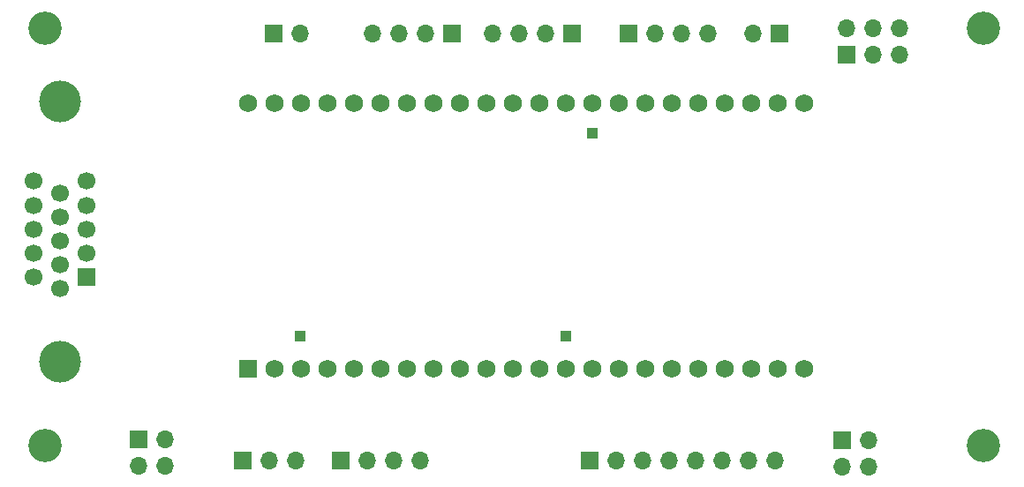
<source format=gbr>
%TF.GenerationSoftware,KiCad,Pcbnew,8.0.6*%
%TF.CreationDate,2025-01-21T08:23:13-05:00*%
%TF.ProjectId,vga_test,7667615f-7465-4737-942e-6b696361645f,rev?*%
%TF.SameCoordinates,Original*%
%TF.FileFunction,Soldermask,Bot*%
%TF.FilePolarity,Negative*%
%FSLAX46Y46*%
G04 Gerber Fmt 4.6, Leading zero omitted, Abs format (unit mm)*
G04 Created by KiCad (PCBNEW 8.0.6) date 2025-01-21 08:23:13*
%MOMM*%
%LPD*%
G01*
G04 APERTURE LIST*
G04 Aperture macros list*
%AMRoundRect*
0 Rectangle with rounded corners*
0 $1 Rounding radius*
0 $2 $3 $4 $5 $6 $7 $8 $9 X,Y pos of 4 corners*
0 Add a 4 corners polygon primitive as box body*
4,1,4,$2,$3,$4,$5,$6,$7,$8,$9,$2,$3,0*
0 Add four circle primitives for the rounded corners*
1,1,$1+$1,$2,$3*
1,1,$1+$1,$4,$5*
1,1,$1+$1,$6,$7*
1,1,$1+$1,$8,$9*
0 Add four rect primitives between the rounded corners*
20,1,$1+$1,$2,$3,$4,$5,0*
20,1,$1+$1,$4,$5,$6,$7,0*
20,1,$1+$1,$6,$7,$8,$9,0*
20,1,$1+$1,$8,$9,$2,$3,0*%
G04 Aperture macros list end*
%ADD10R,1.700000X1.700000*%
%ADD11O,1.700000X1.700000*%
%ADD12RoundRect,0.102000X0.765000X-0.765000X0.765000X0.765000X-0.765000X0.765000X-0.765000X-0.765000X0*%
%ADD13C,1.734000*%
%ADD14C,4.000000*%
%ADD15C,1.700000*%
%ADD16C,3.200000*%
%ADD17R,1.000000X1.000000*%
G04 APERTURE END LIST*
D10*
%TO.C,J12*%
X107220000Y-96500000D03*
D11*
X109760000Y-96500000D03*
X112300000Y-96500000D03*
X114840000Y-96500000D03*
X117380000Y-96500000D03*
X119920000Y-96500000D03*
X122460000Y-96500000D03*
X125000000Y-96500000D03*
%TD*%
D10*
%TO.C,J4*%
X73975000Y-96500000D03*
D11*
X76515000Y-96500000D03*
X79055000Y-96500000D03*
%TD*%
D10*
%TO.C,J3*%
X131460000Y-94500000D03*
D11*
X134000000Y-94500000D03*
X131460000Y-97040000D03*
X134000000Y-97040000D03*
%TD*%
D12*
%TO.C,U1*%
X74470000Y-87660000D03*
D13*
X77010000Y-87660000D03*
X79550000Y-87660000D03*
X82090000Y-87660000D03*
X84630000Y-87660000D03*
X87170000Y-87660000D03*
X89710000Y-87660000D03*
X92250000Y-87660000D03*
X94790000Y-87660000D03*
X97330000Y-87660000D03*
X99870000Y-87660000D03*
X102410000Y-87660000D03*
X104950000Y-87660000D03*
X107490000Y-87660000D03*
X110030000Y-87660000D03*
X112570000Y-87660000D03*
X115110000Y-87660000D03*
X117650000Y-87660000D03*
X120190000Y-87660000D03*
X122730000Y-87660000D03*
X125270000Y-87660000D03*
X127810000Y-87660000D03*
X74470000Y-62200000D03*
X77010000Y-62200000D03*
X79550000Y-62200000D03*
X82090000Y-62200000D03*
X84630000Y-62200000D03*
X87170000Y-62200000D03*
X89710000Y-62200000D03*
X92250000Y-62200000D03*
X94790000Y-62200000D03*
X97330000Y-62200000D03*
X99870000Y-62200000D03*
X102410000Y-62200000D03*
X104950000Y-62200000D03*
X107490000Y-62200000D03*
X110030000Y-62200000D03*
X112570000Y-62200000D03*
X115110000Y-62200000D03*
X117650000Y-62200000D03*
X120190000Y-62200000D03*
X122730000Y-62200000D03*
X125270000Y-62200000D03*
X127810000Y-62200000D03*
%TD*%
D10*
%TO.C,J11*%
X63960000Y-94460000D03*
D11*
X66500000Y-94460000D03*
X63960000Y-97000000D03*
X66500000Y-97000000D03*
%TD*%
D14*
%TO.C,J1*%
X56430000Y-86990000D03*
X56430000Y-62000000D03*
D10*
X58970000Y-78825000D03*
D15*
X58970000Y-76535000D03*
X58970000Y-74245000D03*
X58970000Y-71955000D03*
X58970000Y-69665000D03*
X56430000Y-79970000D03*
X56430000Y-77680000D03*
X56430000Y-75390000D03*
X56430000Y-73100000D03*
X56430000Y-70810000D03*
X53890000Y-78825000D03*
X53890000Y-76535000D03*
X53890000Y-74245000D03*
X53890000Y-71955000D03*
X53890000Y-69665000D03*
%TD*%
D10*
%TO.C,J2*%
X131920000Y-57540000D03*
D11*
X131920000Y-55000000D03*
X134460000Y-57540000D03*
X134460000Y-55000000D03*
X137000000Y-57540000D03*
X137000000Y-55000000D03*
%TD*%
D16*
%TO.C,H3*%
X55000000Y-55000000D03*
%TD*%
%TO.C,H3*%
X55000000Y-95000000D03*
%TD*%
D10*
%TO.C,J9*%
X125500000Y-55500000D03*
D11*
X122960000Y-55500000D03*
%TD*%
D16*
%TO.C,H3*%
X145000000Y-95000000D03*
%TD*%
%TO.C,H3*%
X145000000Y-55000000D03*
%TD*%
D10*
%TO.C,J8*%
X76960000Y-55500000D03*
D11*
X79500000Y-55500000D03*
%TD*%
D10*
%TO.C,J7*%
X94080000Y-55500000D03*
D11*
X91540000Y-55500000D03*
X89000000Y-55500000D03*
X86460000Y-55500000D03*
%TD*%
D10*
%TO.C,J5*%
X105540000Y-55500000D03*
D11*
X103000000Y-55500000D03*
X100460000Y-55500000D03*
X97920000Y-55500000D03*
%TD*%
D10*
%TO.C,J10*%
X83380000Y-96500000D03*
D11*
X85920000Y-96500000D03*
X88460000Y-96500000D03*
X91000000Y-96500000D03*
%TD*%
D10*
%TO.C,J6*%
X110960000Y-55500000D03*
D11*
X113500000Y-55500000D03*
X116040000Y-55500000D03*
X118580000Y-55500000D03*
%TD*%
D17*
%TO.C,TP1*%
X79500000Y-84500000D03*
%TD*%
%TO.C,TP3*%
X105000000Y-84500000D03*
%TD*%
%TO.C,TP2*%
X107510000Y-65010000D03*
%TD*%
M02*

</source>
